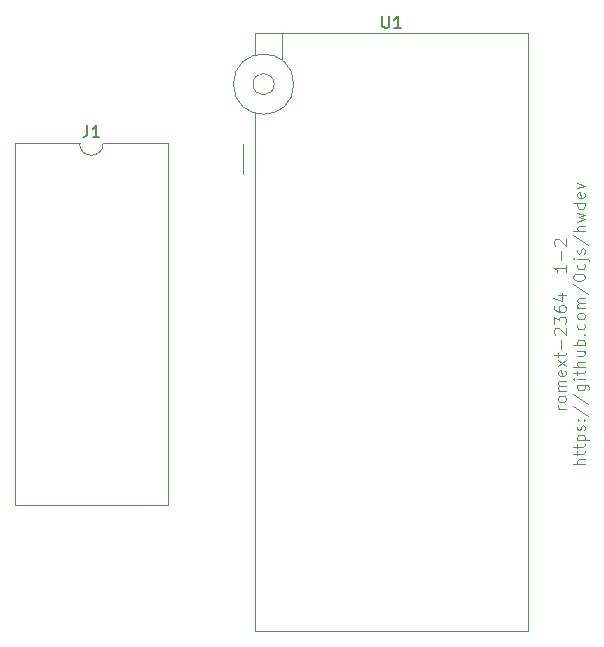
<source format=gto>
%TF.GenerationSoftware,KiCad,Pcbnew,9.0.3+1*%
%TF.CreationDate,2025-09-14T03:51:49+09:00*%
%TF.ProjectId,romext-2364,726f6d65-7874-42d3-9233-36342e6b6963,1-2*%
%TF.SameCoordinates,Original*%
%TF.FileFunction,Legend,Top*%
%TF.FilePolarity,Positive*%
%FSLAX46Y46*%
G04 Gerber Fmt 4.6, Leading zero omitted, Abs format (unit mm)*
G04 Created by KiCad (PCBNEW 9.0.3+1) date 2025-09-14 03:51:49*
%MOMM*%
%LPD*%
G01*
G04 APERTURE LIST*
%ADD10C,0.100000*%
%ADD11C,0.150000*%
%ADD12C,0.120000*%
G04 APERTURE END LIST*
D10*
X149392475Y-71936666D02*
X148725808Y-71936666D01*
X148916284Y-71936666D02*
X148821046Y-71889047D01*
X148821046Y-71889047D02*
X148773427Y-71841428D01*
X148773427Y-71841428D02*
X148725808Y-71746190D01*
X148725808Y-71746190D02*
X148725808Y-71650952D01*
X149392475Y-71174761D02*
X149344856Y-71269999D01*
X149344856Y-71269999D02*
X149297236Y-71317618D01*
X149297236Y-71317618D02*
X149201998Y-71365237D01*
X149201998Y-71365237D02*
X148916284Y-71365237D01*
X148916284Y-71365237D02*
X148821046Y-71317618D01*
X148821046Y-71317618D02*
X148773427Y-71269999D01*
X148773427Y-71269999D02*
X148725808Y-71174761D01*
X148725808Y-71174761D02*
X148725808Y-71031904D01*
X148725808Y-71031904D02*
X148773427Y-70936666D01*
X148773427Y-70936666D02*
X148821046Y-70889047D01*
X148821046Y-70889047D02*
X148916284Y-70841428D01*
X148916284Y-70841428D02*
X149201998Y-70841428D01*
X149201998Y-70841428D02*
X149297236Y-70889047D01*
X149297236Y-70889047D02*
X149344856Y-70936666D01*
X149344856Y-70936666D02*
X149392475Y-71031904D01*
X149392475Y-71031904D02*
X149392475Y-71174761D01*
X149392475Y-70412856D02*
X148725808Y-70412856D01*
X148821046Y-70412856D02*
X148773427Y-70365237D01*
X148773427Y-70365237D02*
X148725808Y-70269999D01*
X148725808Y-70269999D02*
X148725808Y-70127142D01*
X148725808Y-70127142D02*
X148773427Y-70031904D01*
X148773427Y-70031904D02*
X148868665Y-69984285D01*
X148868665Y-69984285D02*
X149392475Y-69984285D01*
X148868665Y-69984285D02*
X148773427Y-69936666D01*
X148773427Y-69936666D02*
X148725808Y-69841428D01*
X148725808Y-69841428D02*
X148725808Y-69698571D01*
X148725808Y-69698571D02*
X148773427Y-69603332D01*
X148773427Y-69603332D02*
X148868665Y-69555713D01*
X148868665Y-69555713D02*
X149392475Y-69555713D01*
X149344856Y-68698571D02*
X149392475Y-68793809D01*
X149392475Y-68793809D02*
X149392475Y-68984285D01*
X149392475Y-68984285D02*
X149344856Y-69079523D01*
X149344856Y-69079523D02*
X149249617Y-69127142D01*
X149249617Y-69127142D02*
X148868665Y-69127142D01*
X148868665Y-69127142D02*
X148773427Y-69079523D01*
X148773427Y-69079523D02*
X148725808Y-68984285D01*
X148725808Y-68984285D02*
X148725808Y-68793809D01*
X148725808Y-68793809D02*
X148773427Y-68698571D01*
X148773427Y-68698571D02*
X148868665Y-68650952D01*
X148868665Y-68650952D02*
X148963903Y-68650952D01*
X148963903Y-68650952D02*
X149059141Y-69127142D01*
X149392475Y-68317618D02*
X148725808Y-67793809D01*
X148725808Y-68317618D02*
X149392475Y-67793809D01*
X148725808Y-67555713D02*
X148725808Y-67174761D01*
X148392475Y-67412856D02*
X149249617Y-67412856D01*
X149249617Y-67412856D02*
X149344856Y-67365237D01*
X149344856Y-67365237D02*
X149392475Y-67269999D01*
X149392475Y-67269999D02*
X149392475Y-67174761D01*
X149011522Y-66841427D02*
X149011522Y-66079523D01*
X148487713Y-65650951D02*
X148440094Y-65603332D01*
X148440094Y-65603332D02*
X148392475Y-65508094D01*
X148392475Y-65508094D02*
X148392475Y-65269999D01*
X148392475Y-65269999D02*
X148440094Y-65174761D01*
X148440094Y-65174761D02*
X148487713Y-65127142D01*
X148487713Y-65127142D02*
X148582951Y-65079523D01*
X148582951Y-65079523D02*
X148678189Y-65079523D01*
X148678189Y-65079523D02*
X148821046Y-65127142D01*
X148821046Y-65127142D02*
X149392475Y-65698570D01*
X149392475Y-65698570D02*
X149392475Y-65079523D01*
X148392475Y-64746189D02*
X148392475Y-64127142D01*
X148392475Y-64127142D02*
X148773427Y-64460475D01*
X148773427Y-64460475D02*
X148773427Y-64317618D01*
X148773427Y-64317618D02*
X148821046Y-64222380D01*
X148821046Y-64222380D02*
X148868665Y-64174761D01*
X148868665Y-64174761D02*
X148963903Y-64127142D01*
X148963903Y-64127142D02*
X149201998Y-64127142D01*
X149201998Y-64127142D02*
X149297236Y-64174761D01*
X149297236Y-64174761D02*
X149344856Y-64222380D01*
X149344856Y-64222380D02*
X149392475Y-64317618D01*
X149392475Y-64317618D02*
X149392475Y-64603332D01*
X149392475Y-64603332D02*
X149344856Y-64698570D01*
X149344856Y-64698570D02*
X149297236Y-64746189D01*
X148392475Y-63269999D02*
X148392475Y-63460475D01*
X148392475Y-63460475D02*
X148440094Y-63555713D01*
X148440094Y-63555713D02*
X148487713Y-63603332D01*
X148487713Y-63603332D02*
X148630570Y-63698570D01*
X148630570Y-63698570D02*
X148821046Y-63746189D01*
X148821046Y-63746189D02*
X149201998Y-63746189D01*
X149201998Y-63746189D02*
X149297236Y-63698570D01*
X149297236Y-63698570D02*
X149344856Y-63650951D01*
X149344856Y-63650951D02*
X149392475Y-63555713D01*
X149392475Y-63555713D02*
X149392475Y-63365237D01*
X149392475Y-63365237D02*
X149344856Y-63269999D01*
X149344856Y-63269999D02*
X149297236Y-63222380D01*
X149297236Y-63222380D02*
X149201998Y-63174761D01*
X149201998Y-63174761D02*
X148963903Y-63174761D01*
X148963903Y-63174761D02*
X148868665Y-63222380D01*
X148868665Y-63222380D02*
X148821046Y-63269999D01*
X148821046Y-63269999D02*
X148773427Y-63365237D01*
X148773427Y-63365237D02*
X148773427Y-63555713D01*
X148773427Y-63555713D02*
X148821046Y-63650951D01*
X148821046Y-63650951D02*
X148868665Y-63698570D01*
X148868665Y-63698570D02*
X148963903Y-63746189D01*
X148725808Y-62317618D02*
X149392475Y-62317618D01*
X148344856Y-62555713D02*
X149059141Y-62793808D01*
X149059141Y-62793808D02*
X149059141Y-62174761D01*
X149392475Y-59746189D02*
X149392475Y-60317617D01*
X149392475Y-60031903D02*
X148392475Y-60031903D01*
X148392475Y-60031903D02*
X148535332Y-60127141D01*
X148535332Y-60127141D02*
X148630570Y-60222379D01*
X148630570Y-60222379D02*
X148678189Y-60317617D01*
X149011522Y-59317617D02*
X149011522Y-58555713D01*
X148487713Y-58127141D02*
X148440094Y-58079522D01*
X148440094Y-58079522D02*
X148392475Y-57984284D01*
X148392475Y-57984284D02*
X148392475Y-57746189D01*
X148392475Y-57746189D02*
X148440094Y-57650951D01*
X148440094Y-57650951D02*
X148487713Y-57603332D01*
X148487713Y-57603332D02*
X148582951Y-57555713D01*
X148582951Y-57555713D02*
X148678189Y-57555713D01*
X148678189Y-57555713D02*
X148821046Y-57603332D01*
X148821046Y-57603332D02*
X149392475Y-58174760D01*
X149392475Y-58174760D02*
X149392475Y-57555713D01*
X151002419Y-76650952D02*
X150002419Y-76650952D01*
X151002419Y-76222381D02*
X150478609Y-76222381D01*
X150478609Y-76222381D02*
X150383371Y-76270000D01*
X150383371Y-76270000D02*
X150335752Y-76365238D01*
X150335752Y-76365238D02*
X150335752Y-76508095D01*
X150335752Y-76508095D02*
X150383371Y-76603333D01*
X150383371Y-76603333D02*
X150430990Y-76650952D01*
X150335752Y-75889047D02*
X150335752Y-75508095D01*
X150002419Y-75746190D02*
X150859561Y-75746190D01*
X150859561Y-75746190D02*
X150954800Y-75698571D01*
X150954800Y-75698571D02*
X151002419Y-75603333D01*
X151002419Y-75603333D02*
X151002419Y-75508095D01*
X150335752Y-75317618D02*
X150335752Y-74936666D01*
X150002419Y-75174761D02*
X150859561Y-75174761D01*
X150859561Y-75174761D02*
X150954800Y-75127142D01*
X150954800Y-75127142D02*
X151002419Y-75031904D01*
X151002419Y-75031904D02*
X151002419Y-74936666D01*
X150335752Y-74603332D02*
X151335752Y-74603332D01*
X150383371Y-74603332D02*
X150335752Y-74508094D01*
X150335752Y-74508094D02*
X150335752Y-74317618D01*
X150335752Y-74317618D02*
X150383371Y-74222380D01*
X150383371Y-74222380D02*
X150430990Y-74174761D01*
X150430990Y-74174761D02*
X150526228Y-74127142D01*
X150526228Y-74127142D02*
X150811942Y-74127142D01*
X150811942Y-74127142D02*
X150907180Y-74174761D01*
X150907180Y-74174761D02*
X150954800Y-74222380D01*
X150954800Y-74222380D02*
X151002419Y-74317618D01*
X151002419Y-74317618D02*
X151002419Y-74508094D01*
X151002419Y-74508094D02*
X150954800Y-74603332D01*
X150954800Y-73746189D02*
X151002419Y-73650951D01*
X151002419Y-73650951D02*
X151002419Y-73460475D01*
X151002419Y-73460475D02*
X150954800Y-73365237D01*
X150954800Y-73365237D02*
X150859561Y-73317618D01*
X150859561Y-73317618D02*
X150811942Y-73317618D01*
X150811942Y-73317618D02*
X150716704Y-73365237D01*
X150716704Y-73365237D02*
X150669085Y-73460475D01*
X150669085Y-73460475D02*
X150669085Y-73603332D01*
X150669085Y-73603332D02*
X150621466Y-73698570D01*
X150621466Y-73698570D02*
X150526228Y-73746189D01*
X150526228Y-73746189D02*
X150478609Y-73746189D01*
X150478609Y-73746189D02*
X150383371Y-73698570D01*
X150383371Y-73698570D02*
X150335752Y-73603332D01*
X150335752Y-73603332D02*
X150335752Y-73460475D01*
X150335752Y-73460475D02*
X150383371Y-73365237D01*
X150907180Y-72889046D02*
X150954800Y-72841427D01*
X150954800Y-72841427D02*
X151002419Y-72889046D01*
X151002419Y-72889046D02*
X150954800Y-72936665D01*
X150954800Y-72936665D02*
X150907180Y-72889046D01*
X150907180Y-72889046D02*
X151002419Y-72889046D01*
X150383371Y-72889046D02*
X150430990Y-72841427D01*
X150430990Y-72841427D02*
X150478609Y-72889046D01*
X150478609Y-72889046D02*
X150430990Y-72936665D01*
X150430990Y-72936665D02*
X150383371Y-72889046D01*
X150383371Y-72889046D02*
X150478609Y-72889046D01*
X149954800Y-71698571D02*
X151240514Y-72555713D01*
X149954800Y-70650952D02*
X151240514Y-71508094D01*
X150335752Y-69889047D02*
X151145276Y-69889047D01*
X151145276Y-69889047D02*
X151240514Y-69936666D01*
X151240514Y-69936666D02*
X151288133Y-69984285D01*
X151288133Y-69984285D02*
X151335752Y-70079523D01*
X151335752Y-70079523D02*
X151335752Y-70222380D01*
X151335752Y-70222380D02*
X151288133Y-70317618D01*
X150954800Y-69889047D02*
X151002419Y-69984285D01*
X151002419Y-69984285D02*
X151002419Y-70174761D01*
X151002419Y-70174761D02*
X150954800Y-70269999D01*
X150954800Y-70269999D02*
X150907180Y-70317618D01*
X150907180Y-70317618D02*
X150811942Y-70365237D01*
X150811942Y-70365237D02*
X150526228Y-70365237D01*
X150526228Y-70365237D02*
X150430990Y-70317618D01*
X150430990Y-70317618D02*
X150383371Y-70269999D01*
X150383371Y-70269999D02*
X150335752Y-70174761D01*
X150335752Y-70174761D02*
X150335752Y-69984285D01*
X150335752Y-69984285D02*
X150383371Y-69889047D01*
X151002419Y-69412856D02*
X150335752Y-69412856D01*
X150002419Y-69412856D02*
X150050038Y-69460475D01*
X150050038Y-69460475D02*
X150097657Y-69412856D01*
X150097657Y-69412856D02*
X150050038Y-69365237D01*
X150050038Y-69365237D02*
X150002419Y-69412856D01*
X150002419Y-69412856D02*
X150097657Y-69412856D01*
X150335752Y-69079523D02*
X150335752Y-68698571D01*
X150002419Y-68936666D02*
X150859561Y-68936666D01*
X150859561Y-68936666D02*
X150954800Y-68889047D01*
X150954800Y-68889047D02*
X151002419Y-68793809D01*
X151002419Y-68793809D02*
X151002419Y-68698571D01*
X151002419Y-68365237D02*
X150002419Y-68365237D01*
X151002419Y-67936666D02*
X150478609Y-67936666D01*
X150478609Y-67936666D02*
X150383371Y-67984285D01*
X150383371Y-67984285D02*
X150335752Y-68079523D01*
X150335752Y-68079523D02*
X150335752Y-68222380D01*
X150335752Y-68222380D02*
X150383371Y-68317618D01*
X150383371Y-68317618D02*
X150430990Y-68365237D01*
X150335752Y-67031904D02*
X151002419Y-67031904D01*
X150335752Y-67460475D02*
X150859561Y-67460475D01*
X150859561Y-67460475D02*
X150954800Y-67412856D01*
X150954800Y-67412856D02*
X151002419Y-67317618D01*
X151002419Y-67317618D02*
X151002419Y-67174761D01*
X151002419Y-67174761D02*
X150954800Y-67079523D01*
X150954800Y-67079523D02*
X150907180Y-67031904D01*
X151002419Y-66555713D02*
X150002419Y-66555713D01*
X150383371Y-66555713D02*
X150335752Y-66460475D01*
X150335752Y-66460475D02*
X150335752Y-66269999D01*
X150335752Y-66269999D02*
X150383371Y-66174761D01*
X150383371Y-66174761D02*
X150430990Y-66127142D01*
X150430990Y-66127142D02*
X150526228Y-66079523D01*
X150526228Y-66079523D02*
X150811942Y-66079523D01*
X150811942Y-66079523D02*
X150907180Y-66127142D01*
X150907180Y-66127142D02*
X150954800Y-66174761D01*
X150954800Y-66174761D02*
X151002419Y-66269999D01*
X151002419Y-66269999D02*
X151002419Y-66460475D01*
X151002419Y-66460475D02*
X150954800Y-66555713D01*
X150907180Y-65650951D02*
X150954800Y-65603332D01*
X150954800Y-65603332D02*
X151002419Y-65650951D01*
X151002419Y-65650951D02*
X150954800Y-65698570D01*
X150954800Y-65698570D02*
X150907180Y-65650951D01*
X150907180Y-65650951D02*
X151002419Y-65650951D01*
X150954800Y-64746190D02*
X151002419Y-64841428D01*
X151002419Y-64841428D02*
X151002419Y-65031904D01*
X151002419Y-65031904D02*
X150954800Y-65127142D01*
X150954800Y-65127142D02*
X150907180Y-65174761D01*
X150907180Y-65174761D02*
X150811942Y-65222380D01*
X150811942Y-65222380D02*
X150526228Y-65222380D01*
X150526228Y-65222380D02*
X150430990Y-65174761D01*
X150430990Y-65174761D02*
X150383371Y-65127142D01*
X150383371Y-65127142D02*
X150335752Y-65031904D01*
X150335752Y-65031904D02*
X150335752Y-64841428D01*
X150335752Y-64841428D02*
X150383371Y-64746190D01*
X151002419Y-64174761D02*
X150954800Y-64269999D01*
X150954800Y-64269999D02*
X150907180Y-64317618D01*
X150907180Y-64317618D02*
X150811942Y-64365237D01*
X150811942Y-64365237D02*
X150526228Y-64365237D01*
X150526228Y-64365237D02*
X150430990Y-64317618D01*
X150430990Y-64317618D02*
X150383371Y-64269999D01*
X150383371Y-64269999D02*
X150335752Y-64174761D01*
X150335752Y-64174761D02*
X150335752Y-64031904D01*
X150335752Y-64031904D02*
X150383371Y-63936666D01*
X150383371Y-63936666D02*
X150430990Y-63889047D01*
X150430990Y-63889047D02*
X150526228Y-63841428D01*
X150526228Y-63841428D02*
X150811942Y-63841428D01*
X150811942Y-63841428D02*
X150907180Y-63889047D01*
X150907180Y-63889047D02*
X150954800Y-63936666D01*
X150954800Y-63936666D02*
X151002419Y-64031904D01*
X151002419Y-64031904D02*
X151002419Y-64174761D01*
X151002419Y-63412856D02*
X150335752Y-63412856D01*
X150430990Y-63412856D02*
X150383371Y-63365237D01*
X150383371Y-63365237D02*
X150335752Y-63269999D01*
X150335752Y-63269999D02*
X150335752Y-63127142D01*
X150335752Y-63127142D02*
X150383371Y-63031904D01*
X150383371Y-63031904D02*
X150478609Y-62984285D01*
X150478609Y-62984285D02*
X151002419Y-62984285D01*
X150478609Y-62984285D02*
X150383371Y-62936666D01*
X150383371Y-62936666D02*
X150335752Y-62841428D01*
X150335752Y-62841428D02*
X150335752Y-62698571D01*
X150335752Y-62698571D02*
X150383371Y-62603332D01*
X150383371Y-62603332D02*
X150478609Y-62555713D01*
X150478609Y-62555713D02*
X151002419Y-62555713D01*
X149954800Y-61365238D02*
X151240514Y-62222380D01*
X150002419Y-60841428D02*
X150002419Y-60746190D01*
X150002419Y-60746190D02*
X150050038Y-60650952D01*
X150050038Y-60650952D02*
X150097657Y-60603333D01*
X150097657Y-60603333D02*
X150192895Y-60555714D01*
X150192895Y-60555714D02*
X150383371Y-60508095D01*
X150383371Y-60508095D02*
X150621466Y-60508095D01*
X150621466Y-60508095D02*
X150811942Y-60555714D01*
X150811942Y-60555714D02*
X150907180Y-60603333D01*
X150907180Y-60603333D02*
X150954800Y-60650952D01*
X150954800Y-60650952D02*
X151002419Y-60746190D01*
X151002419Y-60746190D02*
X151002419Y-60841428D01*
X151002419Y-60841428D02*
X150954800Y-60936666D01*
X150954800Y-60936666D02*
X150907180Y-60984285D01*
X150907180Y-60984285D02*
X150811942Y-61031904D01*
X150811942Y-61031904D02*
X150621466Y-61079523D01*
X150621466Y-61079523D02*
X150383371Y-61079523D01*
X150383371Y-61079523D02*
X150192895Y-61031904D01*
X150192895Y-61031904D02*
X150097657Y-60984285D01*
X150097657Y-60984285D02*
X150050038Y-60936666D01*
X150050038Y-60936666D02*
X150002419Y-60841428D01*
X150954800Y-59650952D02*
X151002419Y-59746190D01*
X151002419Y-59746190D02*
X151002419Y-59936666D01*
X151002419Y-59936666D02*
X150954800Y-60031904D01*
X150954800Y-60031904D02*
X150907180Y-60079523D01*
X150907180Y-60079523D02*
X150811942Y-60127142D01*
X150811942Y-60127142D02*
X150526228Y-60127142D01*
X150526228Y-60127142D02*
X150430990Y-60079523D01*
X150430990Y-60079523D02*
X150383371Y-60031904D01*
X150383371Y-60031904D02*
X150335752Y-59936666D01*
X150335752Y-59936666D02*
X150335752Y-59746190D01*
X150335752Y-59746190D02*
X150383371Y-59650952D01*
X150335752Y-59222380D02*
X151192895Y-59222380D01*
X151192895Y-59222380D02*
X151288133Y-59269999D01*
X151288133Y-59269999D02*
X151335752Y-59365237D01*
X151335752Y-59365237D02*
X151335752Y-59412856D01*
X150002419Y-59222380D02*
X150050038Y-59269999D01*
X150050038Y-59269999D02*
X150097657Y-59222380D01*
X150097657Y-59222380D02*
X150050038Y-59174761D01*
X150050038Y-59174761D02*
X150002419Y-59222380D01*
X150002419Y-59222380D02*
X150097657Y-59222380D01*
X150954800Y-58793809D02*
X151002419Y-58698571D01*
X151002419Y-58698571D02*
X151002419Y-58508095D01*
X151002419Y-58508095D02*
X150954800Y-58412857D01*
X150954800Y-58412857D02*
X150859561Y-58365238D01*
X150859561Y-58365238D02*
X150811942Y-58365238D01*
X150811942Y-58365238D02*
X150716704Y-58412857D01*
X150716704Y-58412857D02*
X150669085Y-58508095D01*
X150669085Y-58508095D02*
X150669085Y-58650952D01*
X150669085Y-58650952D02*
X150621466Y-58746190D01*
X150621466Y-58746190D02*
X150526228Y-58793809D01*
X150526228Y-58793809D02*
X150478609Y-58793809D01*
X150478609Y-58793809D02*
X150383371Y-58746190D01*
X150383371Y-58746190D02*
X150335752Y-58650952D01*
X150335752Y-58650952D02*
X150335752Y-58508095D01*
X150335752Y-58508095D02*
X150383371Y-58412857D01*
X149954800Y-57222381D02*
X151240514Y-58079523D01*
X151002419Y-56889047D02*
X150002419Y-56889047D01*
X151002419Y-56460476D02*
X150478609Y-56460476D01*
X150478609Y-56460476D02*
X150383371Y-56508095D01*
X150383371Y-56508095D02*
X150335752Y-56603333D01*
X150335752Y-56603333D02*
X150335752Y-56746190D01*
X150335752Y-56746190D02*
X150383371Y-56841428D01*
X150383371Y-56841428D02*
X150430990Y-56889047D01*
X150335752Y-56079523D02*
X151002419Y-55889047D01*
X151002419Y-55889047D02*
X150526228Y-55698571D01*
X150526228Y-55698571D02*
X151002419Y-55508095D01*
X151002419Y-55508095D02*
X150335752Y-55317619D01*
X151002419Y-54508095D02*
X150002419Y-54508095D01*
X150954800Y-54508095D02*
X151002419Y-54603333D01*
X151002419Y-54603333D02*
X151002419Y-54793809D01*
X151002419Y-54793809D02*
X150954800Y-54889047D01*
X150954800Y-54889047D02*
X150907180Y-54936666D01*
X150907180Y-54936666D02*
X150811942Y-54984285D01*
X150811942Y-54984285D02*
X150526228Y-54984285D01*
X150526228Y-54984285D02*
X150430990Y-54936666D01*
X150430990Y-54936666D02*
X150383371Y-54889047D01*
X150383371Y-54889047D02*
X150335752Y-54793809D01*
X150335752Y-54793809D02*
X150335752Y-54603333D01*
X150335752Y-54603333D02*
X150383371Y-54508095D01*
X150954800Y-53650952D02*
X151002419Y-53746190D01*
X151002419Y-53746190D02*
X151002419Y-53936666D01*
X151002419Y-53936666D02*
X150954800Y-54031904D01*
X150954800Y-54031904D02*
X150859561Y-54079523D01*
X150859561Y-54079523D02*
X150478609Y-54079523D01*
X150478609Y-54079523D02*
X150383371Y-54031904D01*
X150383371Y-54031904D02*
X150335752Y-53936666D01*
X150335752Y-53936666D02*
X150335752Y-53746190D01*
X150335752Y-53746190D02*
X150383371Y-53650952D01*
X150383371Y-53650952D02*
X150478609Y-53603333D01*
X150478609Y-53603333D02*
X150573847Y-53603333D01*
X150573847Y-53603333D02*
X150669085Y-54079523D01*
X150335752Y-53269999D02*
X151002419Y-53031904D01*
X151002419Y-53031904D02*
X150335752Y-52793809D01*
D11*
X108886666Y-47924819D02*
X108886666Y-48639104D01*
X108886666Y-48639104D02*
X108839047Y-48781961D01*
X108839047Y-48781961D02*
X108743809Y-48877200D01*
X108743809Y-48877200D02*
X108600952Y-48924819D01*
X108600952Y-48924819D02*
X108505714Y-48924819D01*
X109886666Y-48924819D02*
X109315238Y-48924819D01*
X109600952Y-48924819D02*
X109600952Y-47924819D01*
X109600952Y-47924819D02*
X109505714Y-48067676D01*
X109505714Y-48067676D02*
X109410476Y-48162914D01*
X109410476Y-48162914D02*
X109315238Y-48210533D01*
X133858095Y-38694819D02*
X133858095Y-39504342D01*
X133858095Y-39504342D02*
X133905714Y-39599580D01*
X133905714Y-39599580D02*
X133953333Y-39647200D01*
X133953333Y-39647200D02*
X134048571Y-39694819D01*
X134048571Y-39694819D02*
X134239047Y-39694819D01*
X134239047Y-39694819D02*
X134334285Y-39647200D01*
X134334285Y-39647200D02*
X134381904Y-39599580D01*
X134381904Y-39599580D02*
X134429523Y-39504342D01*
X134429523Y-39504342D02*
X134429523Y-38694819D01*
X135429523Y-39694819D02*
X134858095Y-39694819D01*
X135143809Y-39694819D02*
X135143809Y-38694819D01*
X135143809Y-38694819D02*
X135048571Y-38837676D01*
X135048571Y-38837676D02*
X134953333Y-38932914D01*
X134953333Y-38932914D02*
X134858095Y-38980533D01*
D12*
%TO.C,J1*%
X102760000Y-49470000D02*
X102760000Y-80070000D01*
X102760000Y-80070000D02*
X115680000Y-80070000D01*
X108220000Y-49470000D02*
X102760000Y-49470000D01*
X115680000Y-49470000D02*
X110220000Y-49470000D01*
X115680000Y-80070000D02*
X115680000Y-49470000D01*
X110220000Y-49470000D02*
G75*
G02*
X108220000Y-49470000I-1000000J0D01*
G01*
%TO.C,U1*%
X122050000Y-52070000D02*
X122050000Y-49530000D01*
X123070000Y-40140000D02*
X123070000Y-42000000D01*
X123070000Y-46900000D02*
X123070000Y-90740000D01*
X123070000Y-90740000D02*
X146170000Y-90740000D01*
X125350000Y-40140000D02*
X125350000Y-42400000D01*
X146170000Y-40140000D02*
X123070000Y-40140000D01*
X146170000Y-90740000D02*
X146170000Y-40140000D01*
X124700000Y-44450000D02*
G75*
G02*
X122900000Y-44450000I-900000J0D01*
G01*
X122900000Y-44450000D02*
G75*
G02*
X124700000Y-44450000I900000J0D01*
G01*
X126350000Y-44450000D02*
G75*
G02*
X121250000Y-44450000I-2550000J0D01*
G01*
X121250000Y-44450000D02*
G75*
G02*
X126350000Y-44450000I2550000J0D01*
G01*
%TD*%
M02*

</source>
